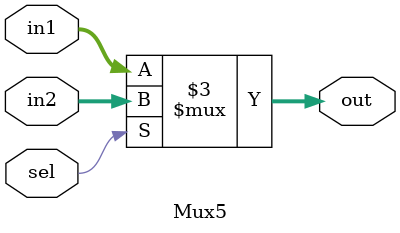
<source format=v>
`timescale 1ns / 1ps


module Mux5(
    input [4:0] in1, in2,
    input sel,
    output reg [4:0] out
    );
    always@(*)begin
        out = (~sel)? in1: in2; 
    end
endmodule

</source>
